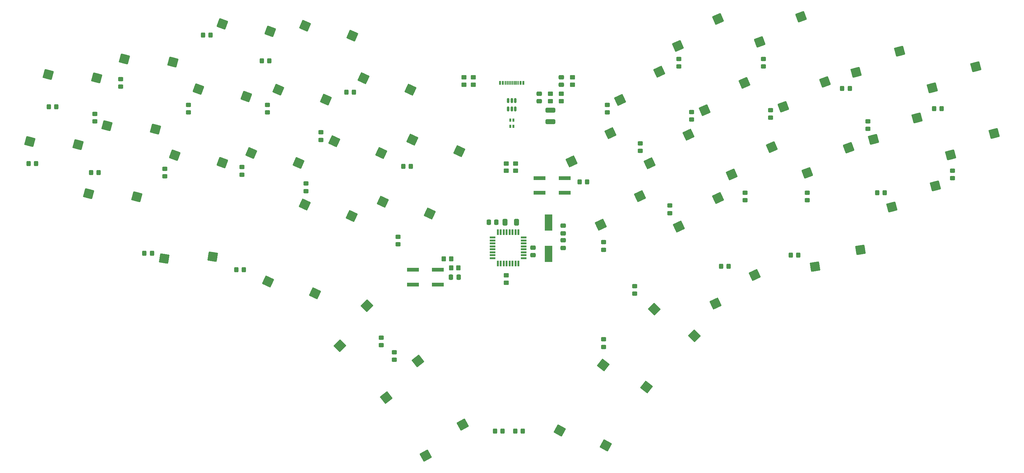
<source format=gbr>
%TF.GenerationSoftware,KiCad,Pcbnew,(6.0.7-1)-1*%
%TF.CreationDate,2022-12-23T00:58:57+01:00*%
%TF.ProjectId,acacia,61636163-6961-42e6-9b69-6361645f7063,rev?*%
%TF.SameCoordinates,Original*%
%TF.FileFunction,Paste,Bot*%
%TF.FilePolarity,Positive*%
%FSLAX46Y46*%
G04 Gerber Fmt 4.6, Leading zero omitted, Abs format (unit mm)*
G04 Created by KiCad (PCBNEW (6.0.7-1)-1) date 2022-12-23 00:58:57*
%MOMM*%
%LPD*%
G01*
G04 APERTURE LIST*
G04 Aperture macros list*
%AMRoundRect*
0 Rectangle with rounded corners*
0 $1 Rounding radius*
0 $2 $3 $4 $5 $6 $7 $8 $9 X,Y pos of 4 corners*
0 Add a 4 corners polygon primitive as box body*
4,1,4,$2,$3,$4,$5,$6,$7,$8,$9,$2,$3,0*
0 Add four circle primitives for the rounded corners*
1,1,$1+$1,$2,$3*
1,1,$1+$1,$4,$5*
1,1,$1+$1,$6,$7*
1,1,$1+$1,$8,$9*
0 Add four rect primitives between the rounded corners*
20,1,$1+$1,$2,$3,$4,$5,0*
20,1,$1+$1,$4,$5,$6,$7,0*
20,1,$1+$1,$6,$7,$8,$9,0*
20,1,$1+$1,$8,$9,$2,$3,0*%
G04 Aperture macros list end*
%ADD10RoundRect,0.200000X-0.530532X-1.405938X1.418030X-0.497309X0.530532X1.405938X-1.418030X0.497309X0*%
%ADD11RoundRect,0.200000X-1.399810X-0.546494X0.579275X-1.386566X1.399810X0.546494X-0.579275X1.386566X0*%
%ADD12RoundRect,0.200000X-1.310130X-0.735992X0.766610X-1.292453X1.310130X0.735992X-0.766610X1.292453X0*%
%ADD13RoundRect,0.200000X-1.369291X-0.619006X0.651048X-1.354349X1.369291X0.619006X-0.651048X1.354349X0*%
%ADD14RoundRect,0.200000X-1.493556X-0.165575X0.200667X-1.489247X1.493556X0.165575X-0.200667X1.489247X0*%
%ADD15RoundRect,0.200000X-0.766610X-1.292453X1.310130X-0.735992X0.766610X1.292453X-1.310130X0.735992X0*%
%ADD16RoundRect,0.200000X-1.418030X-0.497309X0.530532X-1.405938X1.418030X0.497309X-0.530532X1.405938X0*%
%ADD17RoundRect,0.200000X-1.226021X-0.868906X0.897509X-1.205240X1.226021X0.868906X-0.897509X1.205240X0*%
%ADD18RoundRect,0.200000X-0.651048X-1.354349X1.369291X-0.619006X0.651048X1.354349X-1.369291X0.619006X0*%
%ADD19RoundRect,0.200000X-0.579275X-1.386566X1.399810X-0.546494X0.579275X1.386566X-1.399810X0.546494X0*%
%ADD20RoundRect,0.200000X-1.502602X0.017678X0.017678X-1.502602X1.502602X-0.017678X-0.017678X1.502602X0*%
%ADD21RoundRect,0.200000X-0.431166X-1.439521X1.449266X-0.397180X0.431166X1.439521X-1.449266X0.397180X0*%
%ADD22RoundRect,0.200000X-0.897509X-1.205240X1.226021X-0.868906X0.897509X1.205240X-1.226021X0.868906X0*%
%ADD23RoundRect,0.200000X-1.449266X-0.397180X0.431166X-1.439521X1.449266X0.397180X-0.431166X1.439521X0*%
%ADD24RoundRect,0.200000X-0.017678X-1.502602X1.502602X0.017678X0.017678X1.502602X-1.502602X-0.017678X0*%
%ADD25RoundRect,0.200000X-0.200667X-1.489247X1.493556X-0.165575X0.200667X1.489247X-1.493556X0.165575X0*%
%ADD26RoundRect,0.250000X0.450000X-0.325000X0.450000X0.325000X-0.450000X0.325000X-0.450000X-0.325000X0*%
%ADD27RoundRect,0.250000X-0.475000X0.337500X-0.475000X-0.337500X0.475000X-0.337500X0.475000X0.337500X0*%
%ADD28R,2.000000X4.500000*%
%ADD29RoundRect,0.250000X-0.337500X-0.475000X0.337500X-0.475000X0.337500X0.475000X-0.337500X0.475000X0*%
%ADD30RoundRect,0.250000X-0.450000X0.325000X-0.450000X-0.325000X0.450000X-0.325000X0.450000X0.325000X0*%
%ADD31RoundRect,0.250000X-0.450000X0.350000X-0.450000X-0.350000X0.450000X-0.350000X0.450000X0.350000X0*%
%ADD32RoundRect,0.250000X-0.325000X-0.450000X0.325000X-0.450000X0.325000X0.450000X-0.325000X0.450000X0*%
%ADD33RoundRect,0.025500X-0.229500X-0.354500X0.229500X-0.354500X0.229500X0.354500X-0.229500X0.354500X0*%
%ADD34RoundRect,0.250000X-1.075000X0.400000X-1.075000X-0.400000X1.075000X-0.400000X1.075000X0.400000X0*%
%ADD35R,3.200000X1.000000*%
%ADD36RoundRect,0.250000X0.450000X-0.350000X0.450000X0.350000X-0.450000X0.350000X-0.450000X-0.350000X0*%
%ADD37RoundRect,0.250000X0.325000X0.450000X-0.325000X0.450000X-0.325000X-0.450000X0.325000X-0.450000X0*%
%ADD38RoundRect,0.150000X-0.150000X0.512500X-0.150000X-0.512500X0.150000X-0.512500X0.150000X0.512500X0*%
%ADD39RoundRect,0.250000X0.475000X-0.337500X0.475000X0.337500X-0.475000X0.337500X-0.475000X-0.337500X0*%
%ADD40R,0.600000X1.100000*%
%ADD41R,0.300000X1.100000*%
%ADD42R,1.600000X0.550000*%
%ADD43R,0.550000X1.600000*%
%ADD44RoundRect,0.250000X0.412500X0.650000X-0.412500X0.650000X-0.412500X-0.650000X0.412500X-0.650000X0*%
%ADD45RoundRect,0.250000X0.350000X0.450000X-0.350000X0.450000X-0.350000X-0.450000X0.350000X-0.450000X0*%
%ADD46RoundRect,0.250000X0.337500X0.475000X-0.337500X0.475000X-0.337500X-0.475000X0.337500X-0.475000X0*%
G04 APERTURE END LIST*
D10*
%TO.C,SW29*%
X184255359Y-106692229D03*
X194897749Y-98927021D03*
%TD*%
D11*
%TO.C,SW10*%
X89044515Y-87158674D03*
X101936338Y-89871573D03*
%TD*%
D12*
%TO.C,SW1*%
X49813816Y-79712815D03*
X62957739Y-80605118D03*
%TD*%
D13*
%TO.C,SW6*%
X74711009Y-69689968D03*
X87727147Y-71724443D03*
%TD*%
D10*
%TO.C,SW41*%
X176255359Y-89442229D03*
X186897749Y-81677021D03*
%TD*%
D12*
%TO.C,SW4*%
X28813816Y-83962815D03*
X41957739Y-84855118D03*
%TD*%
D10*
%TO.C,SW26*%
X189505359Y-72692229D03*
X200147749Y-64927021D03*
%TD*%
D14*
%TO.C,SW24*%
X184919265Y-144983709D03*
X196669660Y-150940818D03*
%TD*%
D12*
%TO.C,SW2*%
X44813816Y-98212815D03*
X57957739Y-99105118D03*
%TD*%
D11*
%TO.C,SW8*%
X103720680Y-52393588D03*
X116612503Y-55106487D03*
%TD*%
D15*
%TO.C,SW30*%
X279499015Y-87630281D03*
X291328138Y-81831076D03*
%TD*%
D16*
%TO.C,SW17*%
X93652260Y-122203728D03*
X106441551Y-125364892D03*
%TD*%
%TO.C,SW14*%
X132902260Y-83453728D03*
X145691551Y-86614892D03*
%TD*%
D15*
%TO.C,SW40*%
X263499015Y-101880281D03*
X275328138Y-96081076D03*
%TD*%
D10*
%TO.C,SW27*%
X197505359Y-89942229D03*
X208147749Y-82177021D03*
%TD*%
D16*
%TO.C,SW13*%
X103652260Y-101203728D03*
X116441551Y-104364892D03*
%TD*%
D17*
%TO.C,SW16*%
X65399572Y-115882933D03*
X78564762Y-115396433D03*
%TD*%
D18*
%TO.C,SW35*%
X233973547Y-74536393D03*
X245252222Y-67728280D03*
%TD*%
D19*
%TO.C,SW32*%
X212485766Y-75430248D03*
X223392675Y-68041184D03*
%TD*%
D20*
%TO.C,SW23*%
X198786200Y-129694097D03*
X209723020Y-137038815D03*
%TD*%
D10*
%TO.C,SW28*%
X205505359Y-107192229D03*
X216147749Y-99427021D03*
%TD*%
D12*
%TO.C,SW48*%
X54563816Y-61462815D03*
X67707739Y-62355118D03*
%TD*%
D21*
%TO.C,SW20*%
X136557277Y-169713342D03*
X146632069Y-161224674D03*
%TD*%
D16*
%TO.C,SW12*%
X111652260Y-83953728D03*
X124441551Y-87114892D03*
%TD*%
D15*
%TO.C,SW42*%
X274499015Y-69380281D03*
X286328138Y-63581076D03*
%TD*%
D22*
%TO.C,SW21*%
X242604885Y-118099610D03*
X254975388Y-113568653D03*
%TD*%
D19*
%TO.C,SW33*%
X219911931Y-92945334D03*
X230818840Y-85556270D03*
%TD*%
D18*
%TO.C,SW36*%
X240473547Y-92536393D03*
X251752222Y-85728280D03*
%TD*%
%TO.C,SW34*%
X227473547Y-56786393D03*
X238752222Y-49978280D03*
%TD*%
D23*
%TO.C,SW25*%
X173034736Y-162843590D03*
X185572361Y-166889190D03*
%TD*%
D24*
%TO.C,SW18*%
X113194097Y-139713800D03*
X120538815Y-128776980D03*
%TD*%
D13*
%TO.C,SW7*%
X68211009Y-87689968D03*
X81227147Y-89724443D03*
%TD*%
D25*
%TO.C,SW19*%
X125853164Y-153860414D03*
X134475999Y-143900211D03*
%TD*%
D13*
%TO.C,SW5*%
X81211009Y-51939968D03*
X94227147Y-53974443D03*
%TD*%
D15*
%TO.C,SW39*%
X258499015Y-83380281D03*
X270328138Y-77581076D03*
%TD*%
D16*
%TO.C,SW11*%
X119652260Y-66703728D03*
X132441551Y-69864892D03*
%TD*%
%TO.C,SW15*%
X124902260Y-100453728D03*
X137691551Y-103614892D03*
%TD*%
D15*
%TO.C,SW38*%
X253749015Y-65130281D03*
X265578138Y-59331076D03*
%TD*%
D12*
%TO.C,SW3*%
X33813816Y-65712815D03*
X46957739Y-66605118D03*
%TD*%
D10*
%TO.C,SW22*%
X215505359Y-128192229D03*
X226147749Y-120427021D03*
%TD*%
D19*
%TO.C,SW31*%
X205235766Y-57930248D03*
X216142675Y-50541184D03*
%TD*%
D11*
%TO.C,SW9*%
X96470680Y-69893588D03*
X109362503Y-72606487D03*
%TD*%
D26*
%TO.C,D33*%
X223500000Y-100025000D03*
X223500000Y-97975000D03*
%TD*%
%TO.C,D32*%
X209000000Y-78025000D03*
X209000000Y-75975000D03*
%TD*%
%TO.C,D48*%
X53500000Y-69025000D03*
X53500000Y-66975000D03*
%TD*%
D27*
%TO.C,C1*%
X167500000Y-70962500D03*
X167500000Y-73037500D03*
%TD*%
D28*
%TO.C,Y1*%
X170000000Y-106112500D03*
X170000000Y-114612500D03*
%TD*%
D26*
%TO.C,D15*%
X129000000Y-112025000D03*
X129000000Y-109975000D03*
%TD*%
D29*
%TO.C,C7*%
X143462500Y-121000000D03*
X145537500Y-121000000D03*
%TD*%
D30*
%TO.C,D18*%
X124500000Y-137475000D03*
X124500000Y-139525000D03*
%TD*%
D26*
%TO.C,D30*%
X185000000Y-113525000D03*
X185000000Y-111475000D03*
%TD*%
D31*
%TO.C,R3*%
X158500000Y-90000000D03*
X158500000Y-92000000D03*
%TD*%
D32*
%TO.C,D11*%
X114975000Y-70500000D03*
X117025000Y-70500000D03*
%TD*%
D33*
%TO.C,FL1*%
X159565000Y-79835000D03*
X159565000Y-78165000D03*
X160435000Y-78165000D03*
X160435000Y-79835000D03*
%TD*%
D30*
%TO.C,D13*%
X104000000Y-95475000D03*
X104000000Y-97525000D03*
%TD*%
D32*
%TO.C,D17*%
X84975000Y-119000000D03*
X87025000Y-119000000D03*
%TD*%
%TO.C,D37*%
X249975000Y-69500000D03*
X252025000Y-69500000D03*
%TD*%
D34*
%TO.C,F1*%
X170500000Y-75450000D03*
X170500000Y-78550000D03*
%TD*%
D26*
%TO.C,D35*%
X230500000Y-77525000D03*
X230500000Y-75475000D03*
%TD*%
D30*
%TO.C,D27*%
X195000000Y-84475000D03*
X195000000Y-86525000D03*
%TD*%
D35*
%TO.C,SW43*%
X167600000Y-94000000D03*
X174400000Y-94000000D03*
X167600000Y-98000000D03*
X174400000Y-98000000D03*
%TD*%
D36*
%TO.C,R1*%
X176500000Y-68500000D03*
X176500000Y-66500000D03*
%TD*%
D26*
%TO.C,D31*%
X205500000Y-63525000D03*
X205500000Y-61475000D03*
%TD*%
D35*
%TO.C,SW49*%
X133100000Y-119000000D03*
X139900000Y-119000000D03*
X133100000Y-123000000D03*
X139900000Y-123000000D03*
%TD*%
D37*
%TO.C,D40*%
X277025000Y-75000000D03*
X274975000Y-75000000D03*
%TD*%
D26*
%TO.C,D7*%
X65500000Y-93525000D03*
X65500000Y-91475000D03*
%TD*%
D38*
%TO.C,U1*%
X159050000Y-72862500D03*
X160000000Y-72862500D03*
X160950000Y-72862500D03*
X160950000Y-75137500D03*
X160000000Y-75137500D03*
X159050000Y-75137500D03*
%TD*%
D31*
%TO.C,R2*%
X161000000Y-90000000D03*
X161000000Y-92000000D03*
%TD*%
D37*
%TO.C,D20*%
X157525000Y-163000000D03*
X155475000Y-163000000D03*
%TD*%
D32*
%TO.C,D8*%
X91975000Y-62000000D03*
X94025000Y-62000000D03*
%TD*%
%TO.C,D25*%
X160975000Y-163000000D03*
X163025000Y-163000000D03*
%TD*%
D39*
%TO.C,C2*%
X173500000Y-68537500D03*
X173500000Y-66462500D03*
%TD*%
D32*
%TO.C,D39*%
X259475000Y-98000000D03*
X261525000Y-98000000D03*
%TD*%
D30*
%TO.C,D1*%
X46500000Y-76475000D03*
X46500000Y-78525000D03*
%TD*%
D37*
%TO.C,D3*%
X36025000Y-74500000D03*
X33975000Y-74500000D03*
%TD*%
D26*
%TO.C,D10*%
X86500000Y-93025000D03*
X86500000Y-90975000D03*
%TD*%
D31*
%TO.C,FB2*%
X170500000Y-71000000D03*
X170500000Y-73000000D03*
%TD*%
D26*
%TO.C,D9*%
X93500000Y-76025000D03*
X93500000Y-73975000D03*
%TD*%
D39*
%TO.C,C4*%
X174000000Y-113037500D03*
X174000000Y-110962500D03*
%TD*%
D30*
%TO.C,D19*%
X128000000Y-141475000D03*
X128000000Y-143525000D03*
%TD*%
%TO.C,D38*%
X257000000Y-78475000D03*
X257000000Y-80525000D03*
%TD*%
D37*
%TO.C,D2*%
X47525000Y-92500000D03*
X45475000Y-92500000D03*
%TD*%
D40*
%TO.C,J1*%
X156800000Y-68000000D03*
X157600000Y-68000000D03*
D41*
X158750000Y-68000000D03*
X159750000Y-68000000D03*
X160250000Y-68000000D03*
X161250000Y-68000000D03*
D40*
X162400000Y-68000000D03*
X163200000Y-68000000D03*
D41*
X161750000Y-68000000D03*
X160750000Y-68000000D03*
X159250000Y-68000000D03*
X158250000Y-68000000D03*
%TD*%
D26*
%TO.C,D26*%
X186000000Y-76025000D03*
X186000000Y-73975000D03*
%TD*%
D42*
%TO.C,U2*%
X163250000Y-110200000D03*
X163250000Y-111000000D03*
X163250000Y-111800000D03*
X163250000Y-112600000D03*
X163250000Y-113400000D03*
X163250000Y-114200000D03*
X163250000Y-115000000D03*
X163250000Y-115800000D03*
D43*
X161800000Y-117250000D03*
X161000000Y-117250000D03*
X160200000Y-117250000D03*
X159400000Y-117250000D03*
X158600000Y-117250000D03*
X157800000Y-117250000D03*
X157000000Y-117250000D03*
X156200000Y-117250000D03*
D42*
X154750000Y-115800000D03*
X154750000Y-115000000D03*
X154750000Y-114200000D03*
X154750000Y-113400000D03*
X154750000Y-112600000D03*
X154750000Y-111800000D03*
X154750000Y-111000000D03*
X154750000Y-110200000D03*
D43*
X156200000Y-108750000D03*
X157000000Y-108750000D03*
X157800000Y-108750000D03*
X158600000Y-108750000D03*
X159400000Y-108750000D03*
X160200000Y-108750000D03*
X161000000Y-108750000D03*
X161800000Y-108750000D03*
%TD*%
D26*
%TO.C,D36*%
X240500000Y-100025000D03*
X240500000Y-97975000D03*
%TD*%
D37*
%TO.C,D14*%
X132525000Y-90750000D03*
X130475000Y-90750000D03*
%TD*%
%TO.C,D29*%
X180525000Y-95000000D03*
X178475000Y-95000000D03*
%TD*%
D26*
%TO.C,D6*%
X72000000Y-76025000D03*
X72000000Y-73975000D03*
%TD*%
D37*
%TO.C,D4*%
X30525000Y-90000000D03*
X28475000Y-90000000D03*
%TD*%
D30*
%TO.C,D12*%
X108000000Y-81500000D03*
X108000000Y-83550000D03*
%TD*%
D44*
%TO.C,C6*%
X161312500Y-106000000D03*
X158187500Y-106000000D03*
%TD*%
D39*
%TO.C,C8*%
X165787500Y-115000000D03*
X165787500Y-112925000D03*
%TD*%
D27*
%TO.C,C3*%
X174000000Y-106962500D03*
X174000000Y-109037500D03*
%TD*%
D31*
%TO.C,R7*%
X149500000Y-66500000D03*
X149500000Y-68500000D03*
%TD*%
D32*
%TO.C,D21*%
X235975000Y-115000000D03*
X238025000Y-115000000D03*
%TD*%
%TO.C,D16*%
X59975000Y-114500000D03*
X62025000Y-114500000D03*
%TD*%
D30*
%TO.C,D23*%
X193500000Y-123475000D03*
X193500000Y-125525000D03*
%TD*%
D26*
%TO.C,D41*%
X280000000Y-94025000D03*
X280000000Y-91975000D03*
%TD*%
D31*
%TO.C,R8*%
X147000000Y-66500000D03*
X147000000Y-68500000D03*
%TD*%
%TO.C,R6*%
X158500000Y-120500000D03*
X158500000Y-122500000D03*
%TD*%
D37*
%TO.C,D22*%
X219025000Y-118000000D03*
X216975000Y-118000000D03*
%TD*%
D26*
%TO.C,D34*%
X228500000Y-63525000D03*
X228500000Y-61475000D03*
%TD*%
D30*
%TO.C,D28*%
X203000000Y-101475000D03*
X203000000Y-103525000D03*
%TD*%
%TO.C,D24*%
X185000000Y-137975000D03*
X185000000Y-140025000D03*
%TD*%
D36*
%TO.C,FB1*%
X173500000Y-73000000D03*
X173500000Y-71000000D03*
%TD*%
D32*
%TO.C,D5*%
X75975000Y-55000000D03*
X78025000Y-55000000D03*
%TD*%
D45*
%TO.C,R5*%
X143500000Y-116000000D03*
X141500000Y-116000000D03*
%TD*%
%TO.C,R4*%
X145500000Y-118500000D03*
X143500000Y-118500000D03*
%TD*%
D46*
%TO.C,C5*%
X155825000Y-106000000D03*
X153750000Y-106000000D03*
%TD*%
M02*

</source>
